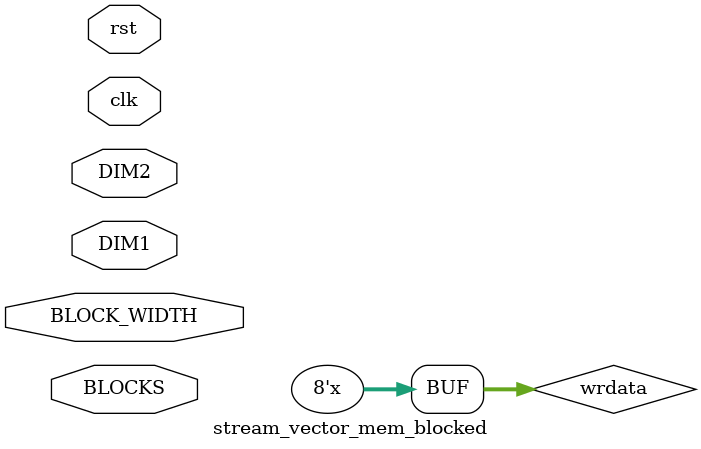
<source format=sv>
`timescale 1ps / 1ps

module stream_vector_mem_blocked
#(
    parameter integer D_W          = 8,
    parameter integer MATRIXSIZE_W = 24,
    parameter integer MEM_DEPTH    = 4096
)
(
    input  wire clk,
    input  wire rst,

    axi_stream_if.axi_in            in_vec,
    axi_stream_if.axi_out           out_vec,

    input  wire [MATRIXSIZE_W-1:0]  DIM1,
    input  wire [MATRIXSIZE_W-1:0]  DIM2,
    input  wire [MATRIXSIZE_W-1:0]  BLOCKS,
    input  wire [MATRIXSIZE_W-1:0]  BLOCK_WIDTH
);

localparam integer ADDR_W = $clog2(MEM_DEPTH);

wire signed [D_W-1:0] wrdata;
wire signed [D_W-1:0] rddata;

reg  [ADDR_W-1:0] wraddr = 0;
reg  [ADDR_W-1:0] rdaddr = 0;
wire [ADDR_W-1:0] rdaddr_mem;
wire [ADDR_W-1:0] prerdaddr;
wire [ADDR_W-1:0] preoffset;
wire [ADDR_W-1:0] prerdaddr_mem;

reg [MATRIXSIZE_W-1:0] rdcntr = 0;
reg [MATRIXSIZE_W-1:0] block_cntr = 0;
reg [MATRIXSIZE_W-1:0] block_offset = 0;

wire write_hs;
wire read_hs;

wire write_last;
wire read_last;

wire write_start;
wire read_start;

wire write_stall;
wire read_stall;

typedef enum logic [1:0] {
    WRRESET = 2'b00,
    WRIDLE = 2'b01,
    WRDATA = 2'b10
} wstate_t;

typedef enum logic [1:0] {
    RDRESET = 2'b00,
    RDIDLE = 2'b01,
    RDDATA = 2'b10
} rstate_t;

wstate_t wstate, wnext;
rstate_t rstate, rnext;

// WRITE

assign wrdata = in_vec.tdata[D_W-1:0];
assign in_vec.tready = (wstate == WRDATA);
assign write_hs = in_vec.tvalid & in_vec.tready;
assign write_last = write_hs & in_vec.tlast;
assign write_start = (rstate == RDIDLE);

always @(posedge clk) begin
    if (rst) begin
        wstate <= WRRESET;
    end else begin
        wstate <= wnext;
    end
end

always @(*) begin
    case (wstate)
        WRIDLE:
            wnext = (write_start) ? WRDATA : WRIDLE;
        WRDATA:
            wnext = (write_last) ? WRIDLE : WRDATA;
        default:
            wnext = WRIDLE;
    endcase
end

always @(posedge clk) begin
    if (rst) begin
        wraddr <= 0;
    end else begin
        if (write_hs) begin
            wraddr <= wraddr + 1;
            if (write_last) begin
                wraddr <= 0;
            end
        end
    end
end

// READ

assign out_vec.tdata = rddata;
assign out_vec.tvalid = (rstate == RDDATA);
assign out_vec.tlast = (rdaddr_mem == DIM2-1) & (rdcntr == DIM1-1);
assign read_hs = out_vec.tvalid & out_vec.tready;
assign read_last = read_hs & out_vec.tlast;
assign read_start = write_last;

always @(posedge clk) begin
    if (rst) begin
        rstate <= RDRESET;
    end else begin
        rstate <= rnext;
    end
end

always @(*) begin
    case (rstate)
        RDIDLE:
            rnext = (read_start) ? RDDATA : RDIDLE;
        RDDATA:
            rnext = (read_last) ? RDIDLE : RDDATA;
        default:
            rnext = RDIDLE;
    endcase
end

always @(posedge clk) begin
    if (rst) begin
        rdaddr <= 0;
        rdcntr <= 0;
        block_cntr <= 0;
        block_offset <= 0;
    end else begin
        if (read_hs) begin
            rdaddr <= rdaddr + 1;
            if (rdaddr == BLOCK_WIDTH-1) begin
                rdaddr <= 0;
                rdcntr <= rdcntr + 1;
                if (rdcntr == DIM1-1) begin
                    rdcntr <= 0;
                    block_cntr <= block_cntr + 1;
                    block_offset <= block_offset + BLOCK_WIDTH;
                    if (block_cntr == BLOCKS-1) begin
                        block_cntr <= 0;
                        block_offset <= 0;
                    end
                end
            end
        end
    end
end

assign rdaddr_mem = rdaddr + block_offset;
assign prerdaddr = (rdaddr == BLOCK_WIDTH-1) ? 0 : rdaddr + 1;
assign preoffset = (rdaddr == BLOCK_WIDTH-1 && rdcntr == DIM1-1) ?
                   (block_cntr == BLOCKS-1) ? 0 : block_offset + BLOCK_WIDTH : block_offset;
assign prerdaddr_mem = prerdaddr + preoffset;

mem_top #(
    .WIDTH ( D_W       ),
    .DEPTH ( MEM_DEPTH )
)
ram (
    .rst   ( rst ),
    .clkA  ( clk ),
    .clkB  ( clk ),
    .weA   ( write_hs ),
    .enA   ( 1'b1 ),
    .enB   ( 1'b1 ),
    .addrA ( wraddr ),
    .addrB ( read_hs ? prerdaddr_mem : rdaddr_mem ),
    .dinA  ( wrdata ),
    .doutB ( rddata )
);

endmodule

</source>
